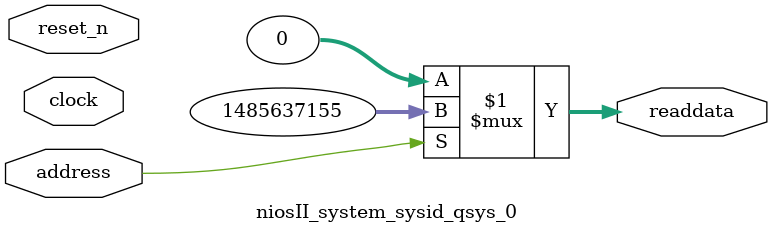
<source format=v>

`timescale 1ns / 1ps
// synthesis translate_on

// turn off superfluous verilog processor warnings 
// altera message_level Level1 
// altera message_off 10034 10035 10036 10037 10230 10240 10030 

module niosII_system_sysid_qsys_0 (
               // inputs:
                address,
                clock,
                reset_n,

               // outputs:
                readdata
             )
;

  output  [ 31: 0] readdata;
  input            address;
  input            clock;
  input            reset_n;

  wire    [ 31: 0] readdata;
  //control_slave, which is an e_avalon_slave
  assign readdata = address ? 1485637155 : 0;

endmodule




</source>
